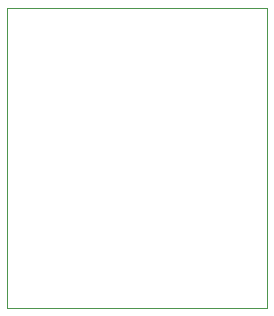
<source format=gbr>
G04 #@! TF.GenerationSoftware,KiCad,Pcbnew,5.1.2*
G04 #@! TF.CreationDate,2019-08-16T23:11:14-07:00*
G04 #@! TF.ProjectId,lofi,6c6f6669-2e6b-4696-9361-645f70636258,rev?*
G04 #@! TF.SameCoordinates,Original*
G04 #@! TF.FileFunction,Profile,NP*
%FSLAX46Y46*%
G04 Gerber Fmt 4.6, Leading zero omitted, Abs format (unit mm)*
G04 Created by KiCad (PCBNEW 5.1.2) date 2019-08-16 23:11:14*
%MOMM*%
%LPD*%
G04 APERTURE LIST*
%ADD10C,0.100000*%
G04 APERTURE END LIST*
D10*
X132200000Y-69200000D02*
X132200000Y-94600000D01*
X132200000Y-69200000D02*
X110200000Y-69200000D01*
X110200000Y-94600000D02*
X132200000Y-94600000D01*
X110200000Y-69200000D02*
X110200000Y-94600000D01*
M02*

</source>
